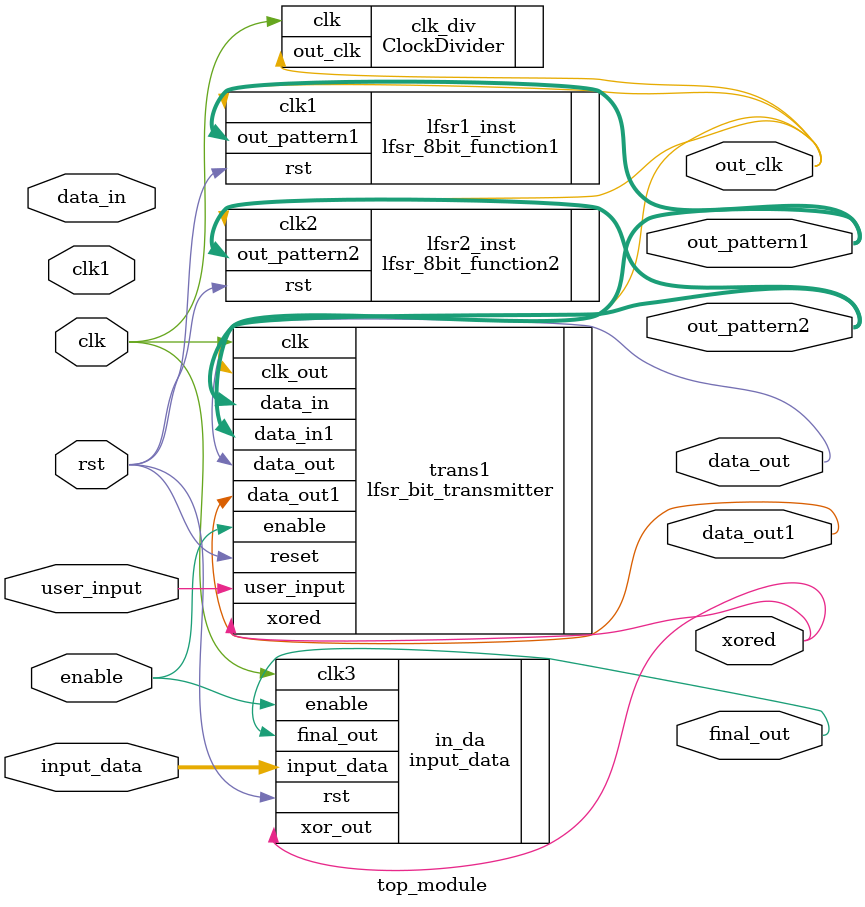
<source format=v>
`timescale 1ns / 1ps


module top_module (
    input wire clk,clk1,                        // Clock input
    input wire rst,                        // Reset input
    input wire[7:0]data_in,
    input wire enable,
    input wire user_input,
    input wire [7:0]input_data,
    output wire [7:0]out_pattern1,
    output wire [7:0]out_pattern2,                 // User provided single bit input
   // output wire  out_bit,
    output wire data_out,data_out1,
    output wire out_clk,
    output wire xored,
    output wire final_out       // Output bit
    );


reg [7:0]data_out_reg;
reg [2:0]count;
 
// Instantiate the two 8-bit LFSRs
lfsr_8bit_function1 lfsr1_inst (
    .clk1(out_clk),
    .rst(rst),
    .out_pattern1(out_pattern1)
    
);

lfsr_8bit_function2 lfsr2_inst (
    .clk2(out_clk),
    .rst(rst),
    .out_pattern2(out_pattern2)
);



lfsr_bit_transmitter trans1(
         .clk(clk),
         .reset(rst),
         .clk_out(out_clk),
         .data_in(out_pattern1),//assigning LFSR1 pattern
         .data_in1(out_pattern2),//assigning LFSR2 pattern
         .enable(enable),
         .user_input(user_input), // input data of 1 bit
         .data_out(data_out), //bit per cycle of LFSR1 pattern
         .data_out1(data_out1), //bit per cycleof LFSR2 pattern
         .xored(xored)); //user_input ^ data_in ^data_in1
         
  input_data in_da(
           .clk3(clk),
           .rst(rst),
           .input_data(input_data), //input from the test bench o 8 bit
           .xor_out(xored),//xored output from the bit_trans.v
           .enable(enable),
           .final_out(final_out) //final_output , bit per cicle
           
          ) ;       

ClockDivider clk_div(
              .clk(clk),
              .out_clk(out_clk));
endmodule


</source>
